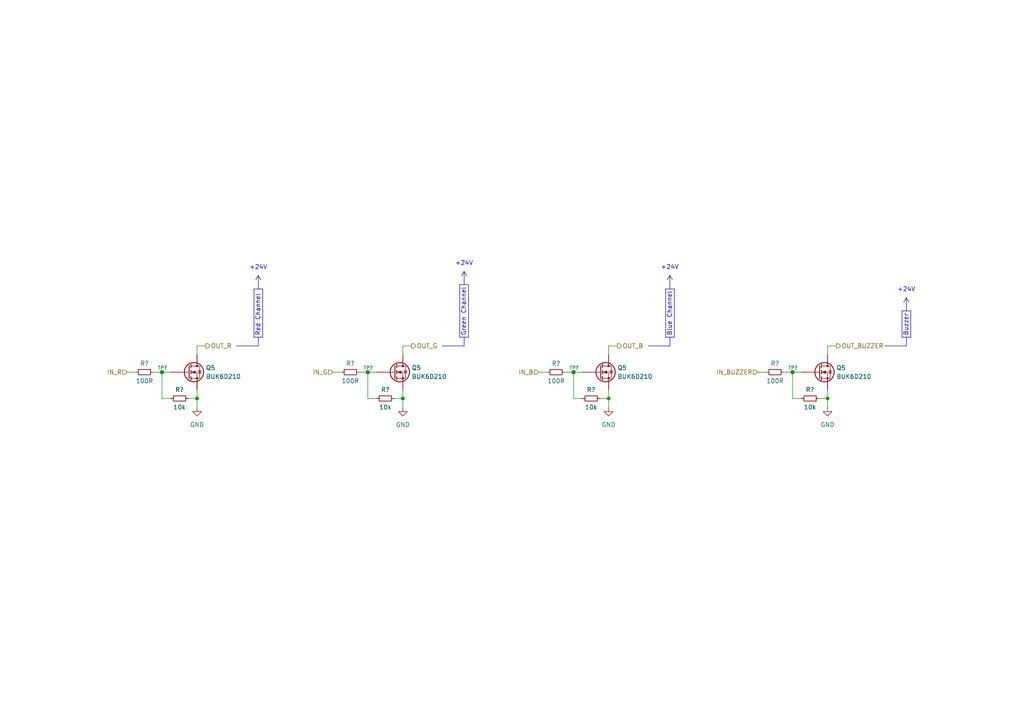
<source format=kicad_sch>
(kicad_sch (version 20230121) (generator eeschema)
  (paper "A4")
  (title_block (title "Autonomous System Status Indicator") (date "2023-11-02") (rev "${REVISION}") (company "Author: I. Kajdan") (comment 1 "Reviewer:"))
  (lib_symbols
    (symbol "BUK6D210:BUK6D210" (pin_numbers hide) (pin_names (offset 0) hide)
      (property "Reference" "Q" (at -3.81 3.81 0))
      (property "Value" "BUK6D210" (at 6.35 0 90))
      (symbol "BUK6D210_0_1"
        (polyline (pts (xy 0.254 0) (xy -2.54 0)))
        (polyline (pts (xy 0.254 1.905) (xy 0.254 -1.905)) (stroke (width 0.254)))
        (polyline (pts (xy 0.762 -1.27) (xy 0.762 -2.286)) (stroke (width 0.254)))
        (polyline (pts (xy 0.762 0.508) (xy 0.762 -0.508)) (stroke (width 0.254)))
        (polyline (pts (xy 0.762 2.286) (xy 0.762 1.27)) (stroke (width 0.254)))
        (polyline (pts (xy 2.54 2.54) (xy 2.54 1.778)))
        (polyline (pts (xy 2.54 -2.54) (xy 2.54 0) (xy 0.762 0)))
        (polyline (pts (xy 0.762 -1.778) (xy 3.302 -1.778) (xy 3.302 1.778) (xy 0.762 1.778)))
        (polyline (pts (xy 1.016 0) (xy 2.032 0.381) (xy 2.032 -0.381) (xy 1.016 0)) (fill (type outline)))
        (polyline (pts (xy 2.794 0.508) (xy 2.921 0.381) (xy 3.683 0.381) (xy 3.81 0.254)))
        (polyline (pts (xy 3.302 0.381) (xy 2.921 -0.254) (xy 3.683 -0.254) (xy 3.302 0.381)))
        (circle (center 1.651 0) (radius 2.794) (stroke (width 0.254)))
        (circle (center 2.54 -1.778) (radius 0.254) (fill (type outline)))
        (circle (center 2.54 1.778) (radius 0.254) (fill (type outline)))
      )
      (symbol "BUK6D210_1_1"
        (pin passive line (at 2.54 5.08 270) (length 2.54) (name "D") (number "1"))
        (pin passive line (at 2.54 5.08 270) (length 2.54) hide (name "D") (number "2"))
        (pin input line (at -5.08 0 0) (length 2.54) (name "G") (number "3"))
        (pin passive line (at 2.54 -5.08 90) (length 2.54) (name "S") (number "4"))
        (pin passive line (at 2.54 5.08 270) (length 2.54) hide (name "D") (number "5"))
        (pin passive line (at 2.54 5.08 270) (length 2.54) hide (name "D") (number "6"))
        (pin passive line (at 2.54 5.08 270) (length 2.54) hide (name "D") (number "7"))
        (pin passive line (at 2.54 -5.08 90) (length 2.54) hide (name "S") (number "8"))
      )
    )
    (symbol "Connector:TestPoint_Small" (pin_numbers hide) (pin_names (offset 0.762) hide)
      (property "Reference" "TP" (at 0 3.81 0))
      (property "Value" "TestPoint_Small" (at 0 2.032 0))
      (symbol "TestPoint_Small_0_1"
        (circle (center 0 0) (radius 0.508))
      )
      (symbol "TestPoint_Small_1_1"
        (pin passive line (at 0 0 90) (length 0) (name "1") (number "1"))
      )
    )
    (symbol "Device:R_Small" (pin_numbers hide) (pin_names (offset 0.254) hide)
      (property "Reference" "R" (at 0.762 0.508 0))
      (property "Value" "R_Small" (at 0.762 -1.016 0))
      (symbol "R_Small_0_1"
        (rectangle (start -0.762 1.778) (end 0.762 -1.778) (stroke (width 0.2032)))
      )
      (symbol "R_Small_1_1"
        (pin passive line (at 0 2.54 270) (length 0.762) (name "~") (number "1"))
        (pin passive line (at 0 -2.54 90) (length 0.762) (name "~") (number "2"))
      )
    )
    (symbol "power:GND" (power) (pin_names (offset 0))
      (property "Value" "GND" (at 0 -3.81 0))
      (symbol "GND_0_1"
        (polyline (pts (xy 0 0) (xy 0 -1.27) (xy 1.27 -1.27) (xy 0 -2.54) (xy -1.27 -1.27) (xy 0 -1.27)))
      )
      (symbol "GND_1_1"
        (pin power_in line (at 0 0 270) (length 0) hide (name "GND") (number "1"))
      )
    )
  )
  (junction (at 106.68 107.95))
  (junction (at 166.37 107.95))
  (junction (at 116.84 115.57))
  (junction (at 229.87 107.95))
  (junction (at 46.99 107.95))
  (junction (at 240.03 115.57))
  (junction (at 176.53 115.57))
  (junction (at 57.15 115.57))
  (wire (pts (xy 173.99 115.57) (xy 176.53 115.57)))
  (polyline (pts (xy 262.89 97.79) (xy 262.89 100.33)))
  (polyline (pts (xy 74.93 82.55) (xy 74.93 83.82)))
  (wire (pts (xy 116.84 115.57) (xy 116.84 113.03)))
  (wire (pts (xy 229.87 107.95) (xy 232.41 107.95)))
  (wire (pts (xy 176.53 100.33) (xy 176.53 102.87)))
  (wire (pts (xy 59.69 100.33) (xy 57.15 100.33)))
  (polyline (pts (xy 74.93 79.9338) (xy 74.93 82.4992)))
  (polyline (pts (xy 195.58 97.79) (xy 193.04 97.79)))
  (wire (pts (xy 46.99 115.57) (xy 46.99 107.95)))
  (polyline (pts (xy 133.35 97.79) (xy 133.35 82.55)))
  (polyline (pts (xy 195.58 83.82) (xy 195.58 97.79)))
  (wire (pts (xy 176.53 115.57) (xy 176.53 113.03)))
  (wire (pts (xy 229.87 107.95) (xy 229.87 115.57)))
  (wire (pts (xy 166.37 107.95) (xy 168.91 107.95)))
  (wire (pts (xy 36.83 107.95) (xy 39.37 107.95)))
  (polyline (pts (xy 262.128 87.63) (xy 262.89 86.36)))
  (polyline (pts (xy 194.31 97.79) (xy 194.31 100.33)))
  (wire (pts (xy 114.3 115.57) (xy 116.84 115.57)))
  (wire (pts (xy 57.15 118.11) (xy 57.15 115.57)))
  (wire (pts (xy 163.83 107.95) (xy 166.37 107.95)))
  (wire (pts (xy 46.99 115.57) (xy 49.53 115.57)))
  (polyline (pts (xy 193.04 97.79) (xy 193.04 83.82)))
  (polyline (pts (xy 135.382 80.01) (xy 134.62 78.74)))
  (wire (pts (xy 54.61 115.57) (xy 57.15 115.57)))
  (polyline (pts (xy 68.58 100.33) (xy 74.93 100.33)))
  (polyline (pts (xy 195.0466 81.1784) (xy 194.2846 79.9084)))
  (wire (pts (xy 179.07 100.33) (xy 176.53 100.33)))
  (wire (pts (xy 57.15 100.33) (xy 57.15 102.87)))
  (wire (pts (xy 44.45 107.95) (xy 46.99 107.95)))
  (polyline (pts (xy 256.54 100.33) (xy 262.89 100.33)))
  (wire (pts (xy 166.37 115.57) (xy 166.37 107.95)))
  (polyline (pts (xy 75.692 81.2038) (xy 74.93 79.9338)))
  (polyline (pts (xy 261.62 97.79) (xy 261.62 90.17)))
  (polyline (pts (xy 261.62 90.17) (xy 264.16 90.17)))
  (wire (pts (xy 57.15 115.57) (xy 57.15 113.03)))
  (polyline (pts (xy 135.89 82.55) (xy 135.89 97.79)))
  (wire (pts (xy 229.87 115.57) (xy 232.41 115.57)))
  (polyline (pts (xy 133.858 80.01) (xy 134.62 78.74)))
  (polyline (pts (xy 74.93 97.79) (xy 74.93 100.33)))
  (polyline (pts (xy 133.35 82.55) (xy 135.89 82.55)))
  (wire (pts (xy 176.53 118.11) (xy 176.53 115.57)))
  (polyline (pts (xy 262.89 86.36) (xy 262.89 88.9254)))
  (wire (pts (xy 240.03 113.03) (xy 240.03 115.57)))
  (polyline (pts (xy 76.2 83.82) (xy 76.2 97.79)))
  (polyline (pts (xy 264.16 97.79) (xy 261.62 97.79)))
  (polyline (pts (xy 187.96 100.33) (xy 194.31 100.33)))
  (polyline (pts (xy 262.89 88.9762) (xy 262.89 90.2462)))
  (polyline (pts (xy 134.62 97.79) (xy 134.62 100.33)))
  (polyline (pts (xy 263.652 87.63) (xy 262.89 86.36)))
  (wire (pts (xy 116.84 118.11) (xy 116.84 115.57)))
  (wire (pts (xy 106.68 115.57) (xy 106.68 107.95)))
  (wire (pts (xy 240.03 115.57) (xy 240.03 118.11)))
  (polyline (pts (xy 73.66 97.79) (xy 73.66 83.82)))
  (wire (pts (xy 96.52 107.95) (xy 99.06 107.95)))
  (polyline (pts (xy 193.04 83.82) (xy 195.58 83.82)))
  (wire (pts (xy 106.68 107.95) (xy 109.22 107.95)))
  (wire (pts (xy 240.03 100.33) (xy 240.03 102.87)))
  (wire (pts (xy 156.21 107.95) (xy 158.75 107.95)))
  (polyline (pts (xy 134.62 78.74) (xy 134.62 81.3054)))
  (polyline (pts (xy 76.2 97.79) (xy 73.66 97.79)))
  (polyline (pts (xy 194.2846 82.5246) (xy 194.2846 83.7946)))
  (polyline (pts (xy 194.2846 79.9084) (xy 194.2846 82.4738)))
  (wire (pts (xy 219.71 107.95) (xy 222.25 107.95)))
  (wire (pts (xy 46.99 107.95) (xy 49.53 107.95)))
  (polyline (pts (xy 128.27 100.33) (xy 134.62 100.33)))
  (wire (pts (xy 104.14 107.95) (xy 106.68 107.95)))
  (polyline (pts (xy 73.66 83.82) (xy 76.2 83.82)))
  (polyline (pts (xy 74.168 81.2038) (xy 74.93 79.9338)))
  (polyline (pts (xy 134.62 81.3562) (xy 134.62 82.55)))
  (wire (pts (xy 242.57 100.33) (xy 240.03 100.33)))
  (wire (pts (xy 166.37 115.57) (xy 168.91 115.57)))
  (wire (pts (xy 237.49 115.57) (xy 240.03 115.57)))
  (polyline (pts (xy 193.5226 81.1784) (xy 194.2846 79.9084)))
  (wire (pts (xy 119.38 100.33) (xy 116.84 100.33)))
  (wire (pts (xy 227.33 107.95) (xy 229.87 107.95)))
  (wire (pts (xy 106.68 115.57) (xy 109.22 115.57)))
  (polyline (pts (xy 135.89 97.79) (xy 133.35 97.79)))
  (polyline (pts (xy 264.16 90.17) (xy 264.16 97.79)))
  (wire (pts (xy 116.84 100.33) (xy 116.84 102.87)))
  (text "+24V" (at 131.9784 77.1906 0) (effects (font (size 1.27 1.27)) (justify left bottom)))
  (text "+24V" (at 260.2484 84.8106 0) (effects (font (size 1.27 1.27)) (justify left bottom)))
  (text "Red Channel" (at 75.565 97.536 90) (effects (font (size 1.27 1.27)) (justify left bottom)))
  (text "+24V" (at 72.2884 78.3844 0) (effects (font (size 1.27 1.27)) (justify left bottom)))
  (text "+24V" (at 191.643 78.359 0) (effects (font (size 1.27 1.27)) (justify left bottom)))
  (text "Blue Channel" (at 194.945 97.536 90) (effects (font (size 1.27 1.27)) (justify left bottom)))
  (text "Green Channel" (at 135.255 97.536 90) (effects (font (size 1.27 1.27)) (justify left bottom)))
  (text "Buzzer" (at 263.525 97.536 90) (effects (font (size 1.27 1.27)) (justify left bottom)))
  (hierarchical_label "IN_BUZZER" (shape input) (at 219.71 107.95 180))
  (hierarchical_label "IN_G" (shape input) (at 96.52 107.95 180))
  (hierarchical_label "OUT_G" (shape output) (at 119.38 100.33 0))
  (hierarchical_label "IN_R" (shape input) (at 36.83 107.95 180))
  (hierarchical_label "OUT_R" (shape output) (at 59.69 100.33 0))
  (hierarchical_label "OUT_BUZZER" (shape output) (at 242.57 100.33 0))
  (hierarchical_label "IN_B" (shape input) (at 156.21 107.95 180))
  (hierarchical_label "OUT_B" (shape output) (at 179.07 100.33 0))
  (symbol (lib_id "Connector:TestPoint_Small") (at 166.37 107.95 0) (unit 1)
    (property "Reference" "TP?" (at 165.1 106.68 0) (effects (font (size 1 1)) (justify left)))
    (property "Value" "TestPoint_Small" (effects hide))
    (property "Footprint" "TestPoint:TestPoint_Pad_D1.0mm" (effects hide))
    (instances (project "rearbox" (path "" (reference "TP?") (unit 1)) (path "" (reference "TP3") (unit 1)) (path "" (reference "TP1") (unit 1)) (path "" (reference "TP14") (unit 1)) (path "" (reference "TP21") (unit 1))))
  )
  (symbol (lib_id "Connector:TestPoint_Small") (at 229.87 107.95 0) (unit 1)
    (property "Reference" "TP?" (at 228.6 106.68 0) (effects (font (size 1 1)) (justify left)))
    (property "Value" "TestPoint_Small" (effects hide))
    (property "Footprint" "TestPoint:TestPoint_Pad_D1.0mm" (effects hide))
    (instances (project "rearbox" (path "" (reference "TP?") (unit 1)) (path "" (reference "TP3") (unit 1)) (path "" (reference "TP1") (unit 1)) (path "" (reference "TP43") (unit 1)) (path "" (reference "TP64") (unit 1)) (path "" (reference "TP17") (unit 1)) (path "" (reference "TP22") (unit 1))))
  )
  (symbol (lib_id "Device:R_Small") (at 171.45 115.57 270) (unit 1)
    (property "Reference" "R?" (at 171.45 113.03 90))
    (property "Value" "10k" (at 171.45 118.11 90))
    (property "Footprint" "Resistor_SMD:R_0603_1608Metric" (effects hide))
    (instances (project "DV_ASSI" (path "" (reference "R?") (unit 1))) (project "rearbox" (path "" (reference "R29") (unit 1)) (path "" (reference "R22") (unit 1))))
  )
  (symbol (lib_id "BUK6D210:BUK6D210") (at 237.49 107.95 0) (unit 1)
    (property "Reference" "Q5" (at 242.57 106.68 0) (effects (justify left)))
    (property "Value" "BUK6D210" (at 242.57 109.22 0) (effects (justify left)))
    (property "Footprint" "Local_Library:Diodes_UDFN2020-6_Type-F" (effects hide))
    (property "Datasheet" "https://www.mouser.pl/datasheet/2/916/BUK6D210_60E-1596115.pdf" (effects hide))
    (instances (project "rearbox" (path "" (reference "Q5") (unit 1)) (path "" (reference "Q10") (unit 1)) (path "" (reference "Q12") (unit 1)) (path "" (reference "Q4") (unit 1)) (path "" (reference "Q5") (unit 1))))
  )
  (symbol (lib_id "Device:R_Small") (at 161.29 107.95 270) (unit 1)
    (property "Reference" "R?" (at 161.29 105.41 90))
    (property "Value" "100R" (at 161.29 110.49 90))
    (property "Footprint" "Resistor_SMD:R_0603_1608Metric" (effects hide))
    (instances (project "DV_ASSI" (path "" (reference "R?") (unit 1))) (project "rearbox" (path "" (reference "R28") (unit 1)) (path "" (reference "R21") (unit 1))))
  )
  (symbol (lib_id "Device:R_Small") (at 52.07 115.57 270) (unit 1)
    (property "Reference" "R?" (at 52.07 113.03 90))
    (property "Value" "10k" (at 52.07 118.11 90))
    (property "Footprint" "Resistor_SMD:R_0603_1608Metric" (effects hide))
    (instances (project "DV_ASSI" (path "" (reference "R?") (unit 1))) (project "rearbox" (path "" (reference "R25") (unit 1)) (path "" (reference "R22") (unit 1))))
  )
  (symbol (lib_id "Device:R_Small") (at 111.76 115.57 270) (unit 1)
    (property "Reference" "R?" (at 111.76 113.03 90))
    (property "Value" "10k" (at 111.76 118.11 90))
    (property "Footprint" "Resistor_SMD:R_0603_1608Metric" (effects hide))
    (instances (project "DV_ASSI" (path "" (reference "R?") (unit 1))) (project "rearbox" (path "" (reference "R27") (unit 1)) (path "" (reference "R22") (unit 1))))
  )
  (symbol (lib_id "Connector:TestPoint_Small") (at 46.99 107.95 0) (unit 1)
    (property "Reference" "TP?" (at 45.72 106.68 0) (effects (font (size 1 1)) (justify left)))
    (property "Value" "TestPoint_Small" (effects hide))
    (property "Footprint" "TestPoint:TestPoint_Pad_D1.0mm" (effects hide))
    (instances (project "rearbox" (path "" (reference "TP?") (unit 1)) (path "" (reference "TP3") (unit 1)) (path "" (reference "TP1") (unit 1)) (path "" (reference "TP14") (unit 1)) (path "" (reference "TP19") (unit 1))))
  )
  (symbol (lib_id "power:GND") (at 57.15 118.11 0) (unit 1)
    (property "Reference" "#PWR?" (effects hide))
    (property "Value" "GND" (at 57.15 123.19 0))
    (instances (project "rearbox" (path "" (reference "#PWR?") (unit 1)) (path "" (reference "#PWR?") (unit 1)) (path "" (reference "#PWR0130") (unit 1)) (path "" (reference "#PWR?") (unit 1)) (path "" (reference "#PWR090") (unit 1))) (project "Traction_Control_System" (path "" (reference "#PWR?") (unit 1)) (path "" (reference "#PWR?") (unit 1))))
  )
  (symbol (lib_id "BUK6D210:BUK6D210") (at 114.3 107.95 0) (unit 1)
    (property "Reference" "Q5" (at 119.38 106.68 0) (effects (justify left)))
    (property "Value" "BUK6D210" (at 119.38 109.22 0) (effects (justify left)))
    (property "Footprint" "Local_Library:Diodes_UDFN2020-6_Type-F" (effects hide))
    (property "Datasheet" "https://www.mouser.pl/datasheet/2/916/BUK6D210_60E-1596115.pdf" (effects hide))
    (instances (project "rearbox" (path "" (reference "Q5") (unit 1)) (path "" (reference "Q10") (unit 1)) (path "" (reference "Q12") (unit 1)) (path "" (reference "Q4") (unit 1)) (path "" (reference "Q3") (unit 1))))
  )
  (symbol (lib_id "Device:R_Small") (at 224.79 107.95 270) (unit 1)
    (property "Reference" "R?" (at 224.79 105.41 90))
    (property "Value" "100R" (at 224.79 110.49 90))
    (property "Footprint" "Resistor_SMD:R_0603_1608Metric" (effects hide))
    (instances (project "rearbox" (path "" (reference "R?") (unit 1)) (path "" (reference "R?") (unit 1)) (path "" (reference "R94") (unit 1)) (path "" (reference "R?") (unit 1)) (path "" (reference "R144") (unit 1)) (path "" (reference "R28") (unit 1)) (path "" (reference "R30") (unit 1))) (project "Traction_Control_System" (path "" (reference "R?") (unit 1)) (path "" (reference "R?") (unit 1))))
  )
  (symbol (lib_id "Device:R_Small") (at 41.91 107.95 270) (unit 1)
    (property "Reference" "R?" (at 41.91 105.41 90))
    (property "Value" "100R" (at 41.91 110.49 90))
    (property "Footprint" "Resistor_SMD:R_0603_1608Metric" (effects hide))
    (instances (project "DV_ASSI" (path "" (reference "R?") (unit 1))) (project "rearbox" (path "" (reference "R24") (unit 1)) (path "" (reference "R21") (unit 1))))
  )
  (symbol (lib_id "power:GND") (at 116.84 118.11 0) (unit 1)
    (property "Reference" "#PWR?" (effects hide))
    (property "Value" "GND" (at 116.84 123.19 0))
    (instances (project "rearbox" (path "" (reference "#PWR?") (unit 1)) (path "" (reference "#PWR?") (unit 1)) (path "" (reference "#PWR0130") (unit 1)) (path "" (reference "#PWR?") (unit 1)) (path "" (reference "#PWR091") (unit 1))) (project "Traction_Control_System" (path "" (reference "#PWR?") (unit 1)) (path "" (reference "#PWR?") (unit 1))))
  )
  (symbol (lib_id "Connector:TestPoint_Small") (at 106.68 107.95 0) (unit 1)
    (property "Reference" "TP?" (at 105.41 106.68 0) (effects (font (size 1 1)) (justify left)))
    (property "Value" "TestPoint_Small" (effects hide))
    (property "Footprint" "TestPoint:TestPoint_Pad_D1.0mm" (effects hide))
    (instances (project "rearbox" (path "" (reference "TP?") (unit 1)) (path "" (reference "TP3") (unit 1)) (path "" (reference "TP1") (unit 1)) (path "" (reference "TP14") (unit 1)) (path "" (reference "TP20") (unit 1))))
  )
  (symbol (lib_id "Device:R_Small") (at 234.95 115.57 270) (unit 1)
    (property "Reference" "R?" (at 234.95 113.03 90))
    (property "Value" "10k" (at 234.95 118.11 90))
    (property "Footprint" "Resistor_SMD:R_0603_1608Metric" (effects hide))
    (instances (project "DV_ASSI" (path "" (reference "R?") (unit 1))) (project "rearbox" (path "" (reference "R31") (unit 1)) (path "" (reference "R22") (unit 1)) (path "" (reference "R29") (unit 1))))
  )
  (symbol (lib_id "power:GND") (at 240.03 118.11 0) (unit 1)
    (property "Reference" "#PWR?" (effects hide))
    (property "Value" "GND" (at 240.03 123.19 0))
    (instances (project "rearbox" (path "" (reference "#PWR?") (unit 1)) (path "" (reference "#PWR?") (unit 1)) (path "" (reference "#PWR0130") (unit 1)) (path "" (reference "#PWR?") (unit 1)) (path "" (reference "#PWR0198") (unit 1)) (path "" (reference "#PWR069") (unit 1)) (path "" (reference "#PWR093") (unit 1))) (project "Traction_Control_System" (path "" (reference "#PWR?") (unit 1)) (path "" (reference "#PWR?") (unit 1))))
  )
  (symbol (lib_id "BUK6D210:BUK6D210") (at 54.61 107.95 0) (unit 1)
    (property "Reference" "Q5" (at 59.69 106.68 0) (effects (justify left)))
    (property "Value" "BUK6D210" (at 59.69 109.22 0) (effects (justify left)))
    (property "Footprint" "Local_Library:Diodes_UDFN2020-6_Type-F" (effects hide))
    (property "Datasheet" "https://www.mouser.pl/datasheet/2/916/BUK6D210_60E-1596115.pdf" (effects hide))
    (instances (project "rearbox" (path "" (reference "Q5") (unit 1)) (path "" (reference "Q10") (unit 1)) (path "" (reference "Q12") (unit 1)) (path "" (reference "Q4") (unit 1)) (path "" (reference "Q2") (unit 1))))
  )
  (symbol (lib_id "power:GND") (at 176.53 118.11 0) (unit 1)
    (property "Reference" "#PWR?" (effects hide))
    (property "Value" "GND" (at 176.53 123.19 0))
    (instances (project "rearbox" (path "" (reference "#PWR?") (unit 1)) (path "" (reference "#PWR?") (unit 1)) (path "" (reference "#PWR0130") (unit 1)) (path "" (reference "#PWR?") (unit 1)) (path "" (reference "#PWR092") (unit 1))) (project "Traction_Control_System" (path "" (reference "#PWR?") (unit 1)) (path "" (reference "#PWR?") (unit 1))))
  )
  (symbol (lib_id "Device:R_Small") (at 101.6 107.95 270) (unit 1)
    (property "Reference" "R?" (at 101.6 105.41 90))
    (property "Value" "100R" (at 101.6 110.49 90))
    (property "Footprint" "Resistor_SMD:R_0603_1608Metric" (effects hide))
    (instances (project "DV_ASSI" (path "" (reference "R?") (unit 1))) (project "rearbox" (path "" (reference "R26") (unit 1)) (path "" (reference "R21") (unit 1))))
  )
  (symbol (lib_id "BUK6D210:BUK6D210") (at 173.99 107.95 0) (unit 1)
    (property "Reference" "Q5" (at 179.07 106.68 0) (effects (justify left)))
    (property "Value" "BUK6D210" (at 179.07 109.22 0) (effects (justify left)))
    (property "Footprint" "Local_Library:Diodes_UDFN2020-6_Type-F" (effects hide))
    (property "Datasheet" "https://www.mouser.pl/datasheet/2/916/BUK6D210_60E-1596115.pdf" (effects hide))
    (instances (project "rearbox" (path "" (reference "Q5") (unit 1)) (path "" (reference "Q10") (unit 1)) (path "" (reference "Q12") (unit 1)) (path "" (reference "Q4") (unit 1)) (path "" (reference "Q4") (unit 1))))
  )
)
</source>
